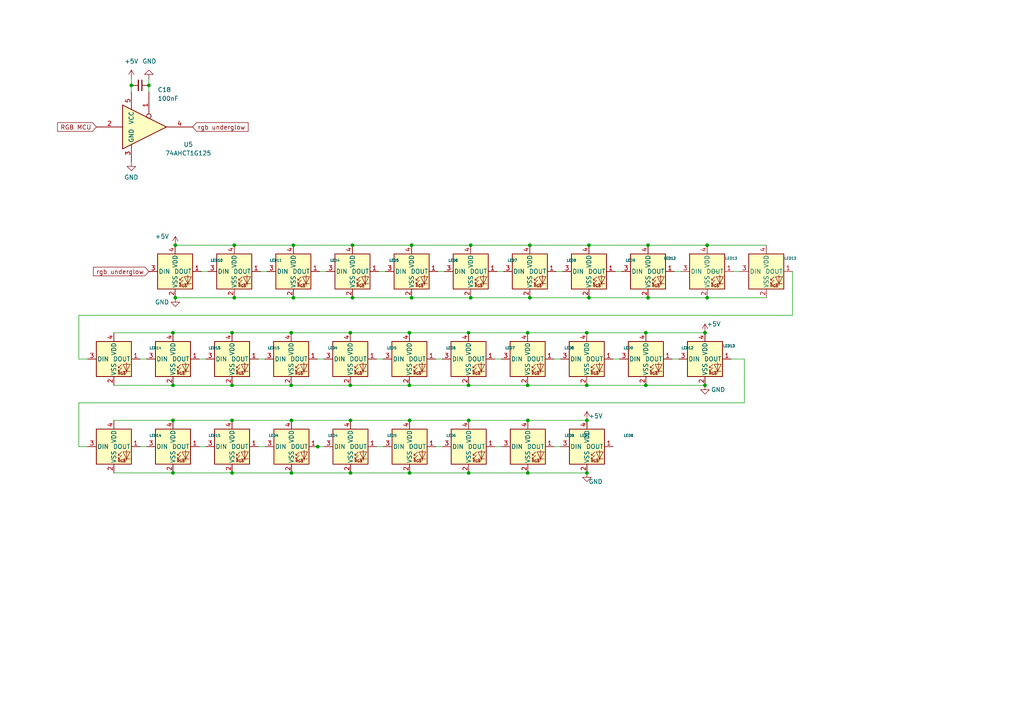
<source format=kicad_sch>
(kicad_sch (version 20230121) (generator eeschema)
  (paper "A4")
  (lib_symbols
    (symbol "74xGxx:74AHCT1G125"
      (property "Reference" "U" (at -2.54 3.81 0))
      (property "Value" "74AHCT1G125" (at 0 -3.81 0))
      (symbol "74AHCT1G125_0_1"
        (polyline (pts (xy -7.62 6.35) (xy -7.62 -6.35) (xy 5.08 0) (xy -7.62 6.35)) (stroke (width 0.254)) (fill (type background)))
      )
      (symbol "74AHCT1G125_1_1"
        (pin input inverted (at 0 10.16 270) (length 7.62) (name "~") (number "1"))
        (pin input line (at -15.24 0 0) (length 7.62) (name "~") (number "2"))
        (pin power_in line (at -5.08 -10.16 90) (length 5.08) (name "GND") (number "3"))
        (pin tri_state line (at 12.7 0 180) (length 7.62) (name "~") (number "4"))
        (pin power_in line (at -5.08 10.16 270) (length 5.08) (name "VCC") (number "5"))
      )
    )
    (symbol "Device:C_Small" (pin_numbers hide) (pin_names (offset 0.254) hide)
      (property "Reference" "C" (at 0.254 1.778 0))
      (property "Value" "C_Small" (at 0.254 -2.032 0))
      (symbol "C_Small_0_1"
        (polyline (pts (xy -1.524 -0.508) (xy 1.524 -0.508)) (stroke (width 0.3302)))
        (polyline (pts (xy -1.524 0.508) (xy 1.524 0.508)) (stroke (width 0.3048)))
      )
      (symbol "C_Small_1_1"
        (pin passive line (at 0 2.54 270) (length 2.032) (name "~") (number "1"))
        (pin passive line (at 0 -2.54 90) (length 2.032) (name "~") (number "2"))
      )
    )
    (symbol "GND_1" (power) (pin_names (offset 0))
      (property "Value" "GND_1" (at 0 -3.81 0))
      (symbol "GND_1_0_1"
        (polyline (pts (xy 0 0) (xy 0 -1.27) (xy 1.27 -1.27) (xy 0 -2.54) (xy -1.27 -1.27) (xy 0 -1.27)))
      )
      (symbol "GND_1_1_1"
        (pin power_in line (at 0 0 270) (length 0) hide (name "GND") (number "1"))
      )
    )
    (symbol "PCM_marbastlib-various:WS2812_2020" (pin_names (offset 0.254))
      (property "Reference" "LED" (at 5.08 5.715 0))
      (property "Value" "WS2812_2020" (at 1.27 -5.715 0))
      (symbol "WS2812_2020_0_0"
        (text "RGB" (at 2.286 -4.191 0) (effects (font (size 0.762 0.762))))
      )
      (symbol "WS2812_2020_0_1"
        (polyline (pts (xy 1.27 -3.556) (xy 1.778 -3.556)))
        (polyline (pts (xy 1.27 -2.54) (xy 1.778 -2.54)))
        (polyline (pts (xy 4.699 -3.556) (xy 2.667 -3.556)))
        (polyline (pts (xy 2.286 -2.54) (xy 1.27 -3.556) (xy 1.27 -3.048)))
        (polyline (pts (xy 2.286 -1.524) (xy 1.27 -2.54) (xy 1.27 -2.032)))
        (polyline (pts (xy 3.683 -1.016) (xy 3.683 -3.556) (xy 3.683 -4.064)))
        (polyline (pts (xy 4.699 -1.524) (xy 2.667 -1.524) (xy 3.683 -3.556) (xy 4.699 -1.524)))
        (rectangle (start 5.08 5.08) (end -5.08 -5.08) (stroke (width 0.254)) (fill (type background)))
      )
      (symbol "WS2812_2020_1_1"
        (pin output line (at 7.62 0 180) (length 2.54) (name "DOUT") (number "1"))
        (pin power_in line (at 0 -7.62 90) (length 2.54) (name "VSS") (number "2"))
        (pin input line (at -7.62 0 0) (length 2.54) (name "DIN") (number "3"))
        (pin power_in line (at 0 7.62 270) (length 2.54) (name "VDD") (number "4"))
      )
    )
    (symbol "power:+5V" (power) (pin_names (offset 0))
      (property "Value" "+5V" (at 0 3.556 0))
      (symbol "+5V_0_1"
        (polyline (pts (xy -0.762 1.27) (xy 0 2.54)))
        (polyline (pts (xy 0 0) (xy 0 2.54)))
        (polyline (pts (xy 0 2.54) (xy 0.762 1.27)))
      )
      (symbol "+5V_1_1"
        (pin power_in line (at 0 0 90) (length 0) hide (name "+5V") (number "1"))
      )
    )
    (symbol "power:GND" (power) (pin_names (offset 0))
      (property "Value" "GND" (at 0 -3.81 0))
      (symbol "GND_0_1"
        (polyline (pts (xy 0 0) (xy 0 -1.27) (xy 1.27 -1.27) (xy 0 -2.54) (xy -1.27 -1.27) (xy 0 -1.27)))
      )
      (symbol "GND_1_1"
        (pin power_in line (at 0 0 270) (length 0) hide (name "GND") (number "1"))
      )
    )
  )
  (junction (at 170.815 86.36))
  (junction (at 153.035 96.52))
  (junction (at 102.235 86.36))
  (junction (at 50.165 111.76))
  (junction (at 84.455 96.52))
  (junction (at 101.6535 137.1678))
  (junction (at 67.31 121.92))
  (junction (at 85.09 71.12))
  (junction (at 85.09 86.36))
  (junction (at 205.105 86.36))
  (junction (at 101.6 111.76))
  (junction (at 101.6535 121.9278))
  (junction (at 187.325 96.52))
  (junction (at 67.31 111.76))
  (junction (at 135.89 111.76))
  (junction (at 153.67 71.12))
  (junction (at 102.235 71.12))
  (junction (at 119.38 71.12))
  (junction (at 136.525 86.36))
  (junction (at 153.0885 137.1678))
  (junction (at 119.38 86.36))
  (junction (at 50.165 96.52))
  (junction (at 204.47 96.52))
  (junction (at 101.6 96.52))
  (junction (at 67.31 96.52))
  (junction (at 92.1582 129.5478))
  (junction (at 205.105 71.12))
  (junction (at 153.035 111.76))
  (junction (at 50.8443 71.12))
  (junction (at 67.945 71.12))
  (junction (at 118.7985 137.1678))
  (junction (at 135.9435 137.1678))
  (junction (at 170.18 96.52))
  (junction (at 153.0885 121.9278))
  (junction (at 118.745 96.52))
  (junction (at 135.9435 121.9278))
  (junction (at 170.815 71.12))
  (junction (at 50.165 137.16))
  (junction (at 187.325 111.76))
  (junction (at 84.455 111.76))
  (junction (at 43.18 24.765))
  (junction (at 38.1 24.765))
  (junction (at 153.67 86.36))
  (junction (at 50.165 121.92))
  (junction (at 170.18 111.76))
  (junction (at 170.2335 121.9278))
  (junction (at 136.525 71.12))
  (junction (at 67.31 137.16))
  (junction (at 84.5382 137.1678))
  (junction (at 187.96 71.12))
  (junction (at 50.8443 86.36))
  (junction (at 170.2335 137.1678))
  (junction (at 118.7985 121.9278))
  (junction (at 67.945 86.36))
  (junction (at 84.5382 121.9278))
  (junction (at 204.47 111.76))
  (junction (at 135.89 96.52))
  (junction (at 118.745 111.76))
  (junction (at 187.96 86.36))
  (wire (pts (xy 40.64 104.14) (xy 42.545 104.14)))
  (wire (pts (xy 50.8443 71.12) (xy 67.945 71.12)))
  (wire (pts (xy 50.8 71.12) (xy 50.8443 71.12)))
  (wire (pts (xy 118.745 111.76) (xy 135.89 111.76)))
  (wire (pts (xy 92.075 104.14) (xy 93.98 104.14)))
  (wire (pts (xy 50.8 86.36) (xy 50.8443 86.36)))
  (wire (pts (xy 74.93 104.14) (xy 76.835 104.14)))
  (wire (pts (xy 57.785 104.14) (xy 59.69 104.14)))
  (wire (pts (xy 126.4185 129.5478) (xy 128.3235 129.5478)))
  (wire (pts (xy 92.1285 129.5478) (xy 92.1582 129.5478)))
  (wire (pts (xy 153.0885 121.9278) (xy 170.2335 121.9278)))
  (wire (pts (xy 58.42 78.74) (xy 60.325 78.74)))
  (wire (pts (xy 92.1582 129.5478) (xy 94.0335 129.5478)))
  (wire (pts (xy 67.945 71.12) (xy 85.09 71.12)))
  (wire (pts (xy 84.455 111.76) (xy 101.6 111.76)))
  (wire (pts (xy 229.87 78.74) (xy 229.87 91.44)))
  (wire (pts (xy 187.96 86.36) (xy 205.105 86.36)))
  (wire (pts (xy 170.815 86.36) (xy 187.96 86.36)))
  (wire (pts (xy 101.6535 121.9278) (xy 118.7985 121.9278)))
  (wire (pts (xy 205.105 86.36) (xy 222.25 86.36)))
  (wire (pts (xy 22.86 129.54) (xy 25.4 129.54)))
  (wire (pts (xy 126.365 104.14) (xy 128.27 104.14)))
  (wire (pts (xy 170.815 71.12) (xy 187.96 71.12)))
  (wire (pts (xy 153.67 71.12) (xy 170.815 71.12)))
  (wire (pts (xy 135.89 96.52) (xy 153.035 96.52)))
  (wire (pts (xy 178.435 78.74) (xy 180.34 78.74)))
  (wire (pts (xy 212.725 78.74) (xy 214.63 78.74)))
  (wire (pts (xy 153.035 111.76) (xy 170.18 111.76)))
  (wire (pts (xy 187.96 71.12) (xy 205.105 71.12)))
  (wire (pts (xy 136.525 86.36) (xy 153.67 86.36)))
  (wire (pts (xy 144.145 78.74) (xy 146.05 78.74)))
  (wire (pts (xy 109.2735 129.5478) (xy 111.1785 129.5478)))
  (wire (pts (xy 67.31 96.52) (xy 84.455 96.52)))
  (wire (pts (xy 57.785 129.54) (xy 59.69 129.54)))
  (wire (pts (xy 74.9378 129.5478) (xy 74.93 129.54)))
  (wire (pts (xy 50.165 111.76) (xy 67.31 111.76)))
  (wire (pts (xy 102.235 86.36) (xy 119.38 86.36)))
  (wire (pts (xy 33.02 96.52) (xy 50.165 96.52)))
  (wire (pts (xy 195.58 78.74) (xy 197.485 78.74)))
  (wire (pts (xy 84.455 96.52) (xy 101.6 96.52)))
  (wire (pts (xy 135.9435 121.9278) (xy 153.0885 121.9278)))
  (wire (pts (xy 43.18 24.765) (xy 43.18 26.67)))
  (wire (pts (xy 135.9435 137.1678) (xy 153.0885 137.1678)))
  (wire (pts (xy 43.18 22.86) (xy 43.18 24.765)))
  (wire (pts (xy 101.6535 137.1678) (xy 118.7985 137.1678)))
  (wire (pts (xy 74.9378 129.5478) (xy 76.9182 129.5478)))
  (wire (pts (xy 22.86 91.44) (xy 229.87 91.44)))
  (wire (pts (xy 92.71 78.74) (xy 94.615 78.74)))
  (wire (pts (xy 109.855 78.74) (xy 111.76 78.74)))
  (wire (pts (xy 101.6 96.52) (xy 118.745 96.52)))
  (wire (pts (xy 194.945 104.14) (xy 196.85 104.14)))
  (wire (pts (xy 118.7985 137.1678) (xy 135.9435 137.1678)))
  (wire (pts (xy 38.1 22.86) (xy 38.1 24.765)))
  (wire (pts (xy 38.1 24.765) (xy 38.1 26.67)))
  (wire (pts (xy 206.375 78.74) (xy 208.28 78.74)))
  (wire (pts (xy 170.18 111.76) (xy 187.325 111.76)))
  (wire (pts (xy 118.7985 121.9278) (xy 135.9435 121.9278)))
  (wire (pts (xy 136.525 71.12) (xy 153.67 71.12)))
  (wire (pts (xy 50.8443 86.36) (xy 67.945 86.36)))
  (wire (pts (xy 67.3178 137.1678) (xy 84.5382 137.1678)))
  (wire (pts (xy 153.0885 137.1678) (xy 170.2335 137.1678)))
  (wire (pts (xy 143.51 104.14) (xy 145.415 104.14)))
  (wire (pts (xy 33.02 121.92) (xy 50.165 121.92)))
  (wire (pts (xy 118.745 96.52) (xy 135.89 96.52)))
  (wire (pts (xy 119.38 86.36) (xy 136.525 86.36)))
  (wire (pts (xy 161.29 78.74) (xy 163.195 78.74)))
  (wire (pts (xy 187.325 96.52) (xy 204.47 96.52)))
  (wire (pts (xy 85.09 71.12) (xy 102.235 71.12)))
  (wire (pts (xy 177.8 104.14) (xy 179.705 104.14)))
  (wire (pts (xy 160.655 104.14) (xy 162.56 104.14)))
  (wire (pts (xy 84.5382 121.9278) (xy 101.6535 121.9278)))
  (wire (pts (xy 67.3178 121.9278) (xy 67.31 121.92)))
  (wire (pts (xy 212.09 104.14) (xy 215.9 104.14)))
  (wire (pts (xy 109.22 104.14) (xy 111.125 104.14)))
  (wire (pts (xy 22.86 104.14) (xy 25.4 104.14)))
  (wire (pts (xy 22.86 116.84) (xy 22.86 129.54)))
  (wire (pts (xy 33.02 137.16) (xy 50.165 137.16)))
  (wire (pts (xy 143.5635 129.5478) (xy 145.4685 129.5478)))
  (wire (pts (xy 170.18 96.52) (xy 187.325 96.52)))
  (wire (pts (xy 40.64 129.54) (xy 42.545 129.54)))
  (wire (pts (xy 153.67 86.36) (xy 170.815 86.36)))
  (wire (pts (xy 160.7085 129.5478) (xy 162.6135 129.5478)))
  (wire (pts (xy 22.86 116.84) (xy 215.9 116.84)))
  (wire (pts (xy 153.035 96.52) (xy 170.18 96.52)))
  (wire (pts (xy 127 78.74) (xy 128.905 78.74)))
  (wire (pts (xy 119.38 71.12) (xy 136.525 71.12)))
  (wire (pts (xy 67.945 86.36) (xy 85.09 86.36)))
  (wire (pts (xy 75.565 78.74) (xy 77.47 78.74)))
  (wire (pts (xy 67.31 111.76) (xy 84.455 111.76)))
  (wire (pts (xy 85.09 86.36) (xy 102.235 86.36)))
  (wire (pts (xy 67.3178 137.1678) (xy 67.31 137.16)))
  (wire (pts (xy 50.165 121.92) (xy 67.31 121.92)))
  (wire (pts (xy 33.02 111.76) (xy 50.165 111.76)))
  (wire (pts (xy 102.235 71.12) (xy 119.38 71.12)))
  (wire (pts (xy 67.3178 121.9278) (xy 84.5382 121.9278)))
  (wire (pts (xy 135.89 111.76) (xy 153.035 111.76)))
  (wire (pts (xy 215.9 104.14) (xy 215.9 116.84)))
  (wire (pts (xy 50.165 96.52) (xy 67.31 96.52)))
  (wire (pts (xy 22.86 91.44) (xy 22.86 104.14)))
  (wire (pts (xy 187.325 111.76) (xy 204.47 111.76)))
  (wire (pts (xy 84.5382 137.1678) (xy 101.6535 137.1678)))
  (wire (pts (xy 50.165 137.16) (xy 67.31 137.16)))
  (wire (pts (xy 101.6 111.76) (xy 118.745 111.76)))
  (wire (pts (xy 205.105 71.12) (xy 222.25 71.12)))
  (global_label "rgb underglow" (shape input) (at 43.18 78.74 180) (property "Intersheetrefs" "${INTERSHEET_REFS}" (effects hide)))
  (global_label "RGB MCU" (shape input) (at 27.94 36.83 180) (property "Intersheetrefs" "${INTERSHEET_REFS}" (effects hide)))
  (global_label "rgb underglow" (shape input) (at 55.88 36.83 0) (property "Intersheetrefs" "${INTERSHEET_REFS}" (effects hide)))
  (symbol (lib_id "PCM_marbastlib-various:WS2812_2020") (at 118.745 104.14 0) (unit 1)
    (property "Reference" "LED6" (at 130.81 100.9256 0) (effects (font (size 0.7366 0.7366))))
    (property "Value" "WS2812_2020" (effects hide))
    (property "Footprint" "PCM_marbastlib-various:LED_WS2812_2020" (effects hide))
    (property "Datasheet" "https://www.world-semi.com/DownLoadFile/139" (effects hide))
    (instances (project "alpha-curISO" (path "" (reference "LED6") (unit 1))) (project "forti proto" (path "" (reference "LED15") (unit 1))))
  )
  (symbol (lib_id "PCM_marbastlib-various:WS2812_2020") (at 101.6 104.14 0) (unit 1)
    (property "Reference" "LED5" (at 113.665 100.9256 0) (effects (font (size 0.7366 0.7366))))
    (property "Value" "WS2812_2020" (effects hide))
    (property "Footprint" "PCM_marbastlib-various:LED_WS2812_2020" (effects hide))
    (property "Datasheet" "https://www.world-semi.com/DownLoadFile/139" (effects hide))
    (instances (project "alpha-curISO" (path "" (reference "LED5") (unit 1))) (project "forti proto" (path "" (reference "LED14") (unit 1))))
  )
  (symbol (lib_id "PCM_marbastlib-various:WS2812_2020") (at 187.325 104.14 0) (unit 1)
    (property "Reference" "LED12" (at 199.39 100.9256 0) (effects (font (size 0.7366 0.7366))))
    (property "Value" "WS2812_2020" (effects hide))
    (property "Footprint" "PCM_marbastlib-various:LED_WS2812_2020" (effects hide))
    (property "Datasheet" "https://www.world-semi.com/DownLoadFile/139" (effects hide))
    (instances (project "alpha-curISO" (path "" (reference "LED12") (unit 1))) (project "forti proto" (path "" (reference "LED19") (unit 1))))
  )
  (symbol (lib_id "PCM_marbastlib-various:WS2812_2020") (at 50.165 129.54 0) (unit 1)
    (property "Reference" "LED15" (at 62.23 126.3256 0) (effects (font (size 0.7366 0.7366))))
    (property "Value" "WS2812_2020" (effects hide))
    (property "Footprint" "PCM_marbastlib-various:LED_WS2812_2020" (effects hide))
    (property "Datasheet" "https://www.world-semi.com/DownLoadFile/139" (effects hide))
    (instances (project "alpha-curISO" (path "" (reference "LED15") (unit 1))) (project "forti proto" (path "" (reference "LED22") (unit 1))))
  )
  (symbol (lib_id "power:+5V") (at 204.47 96.52 0) (unit 1)
    (property "Reference" "#PWR0141" (effects hide))
    (property "Value" "+5V" (at 207.01 93.98 0))
    (instances (project "alpha-curISO" (path "" (reference "#PWR0141") (unit 1))) (project "forti proto" (path "" (reference "#PWR023") (unit 1))))
  )
  (symbol (lib_id "PCM_marbastlib-various:WS2812_2020") (at 84.455 104.14 0) (unit 1)
    (property "Reference" "LED4" (at 96.52 100.9256 0) (effects (font (size 0.7366 0.7366))))
    (property "Value" "WS2812_2020" (effects hide))
    (property "Footprint" "PCM_marbastlib-various:LED_WS2812_2020" (effects hide))
    (property "Datasheet" "https://www.world-semi.com/DownLoadFile/139" (effects hide))
    (instances (project "alpha-curISO" (path "" (reference "LED4") (unit 1))) (project "forti proto" (path "" (reference "LED13") (unit 1))))
  )
  (symbol (lib_id "PCM_marbastlib-various:WS2812_2020") (at 85.09 78.74 0) (unit 1)
    (property "Reference" "LED4" (at 97.155 75.5256 0) (effects (font (size 0.7366 0.7366))))
    (property "Value" "WS2812_2020" (effects hide))
    (property "Footprint" "PCM_marbastlib-various:LED_WS2812_2020" (effects hide))
    (property "Datasheet" "https://www.world-semi.com/DownLoadFile/139" (effects hide))
    (instances (project "alpha-curISO" (path "" (reference "LED4") (unit 1))) (project "forti proto" (path "" (reference "LED3") (unit 1))))
  )
  (symbol (lib_id "power:+5V") (at 38.1 22.86 0) (unit 1)
    (property "Reference" "#PWR0138" (effects hide))
    (property "Value" "+5V" (at 38.1 17.78 0))
    (instances (project "rgb" (path "" (reference "#PWR0138") (unit 1))) (project "forti proto" (path "" (reference "#PWR018") (unit 1))) (project "UB46" (path "" (reference "#PWR0138") (unit 1))))
  )
  (symbol (lib_id "Device:C_Small") (at 40.64 24.765 270) (unit 1)
    (property "Reference" "C18" (at 45.72 26.0412 90) (effects (justify left)))
    (property "Value" "100nF" (at 45.72 28.575 90) (effects (justify left)))
    (property "Footprint" "Capacitor_SMD:C_0603_1608Metric" (effects hide))
    (instances (project "rgb" (path "" (reference "C18") (unit 1))) (project "forti proto" (path "" (reference "C12") (unit 1))) (project "UB46" (path "" (reference "C18") (unit 1))))
  )
  (symbol (lib_id "PCM_marbastlib-various:WS2812_2020") (at 67.31 129.54 0) (unit 1)
    (property "Reference" "LED4" (at 79.375 126.3256 0) (effects (font (size 0.7366 0.7366))))
    (property "Value" "WS2812_2020" (effects hide))
    (property "Footprint" "PCM_marbastlib-various:LED_WS2812_2020" (effects hide))
    (property "Datasheet" "https://www.world-semi.com/DownLoadFile/139" (effects hide))
    (instances (project "alpha-curISO" (path "" (reference "LED4") (unit 1))) (project "forti proto" (path "" (reference "LED23") (unit 1))))
  )
  (symbol (lib_id "PCM_marbastlib-various:WS2812_2020") (at 33.02 104.14 0) (unit 1)
    (property "Reference" "LED14" (at 45.085 100.9256 0) (effects (font (size 0.7366 0.7366))))
    (property "Value" "WS2812_2020" (effects hide))
    (property "Footprint" "PCM_marbastlib-various:LED_WS2812_2020" (effects hide))
    (property "Datasheet" "https://www.world-semi.com/DownLoadFile/139" (effects hide))
    (instances (project "alpha-curISO" (path "" (reference "LED14") (unit 1))) (project "forti proto" (path "" (reference "LED11") (unit 1))))
  )
  (symbol (lib_id "PCM_marbastlib-various:WS2812_2020") (at 205.105 78.74 0) (unit 1)
    (property "Reference" "LED13" (at 212.09 74.93 0) (effects (font (size 0.7366 0.7366))))
    (property "Value" "WS2812_2020" (effects hide))
    (property "Footprint" "PCM_marbastlib-various:LED_WS2812_2020" (effects hide))
    (property "Datasheet" "https://www.world-semi.com/DownLoadFile/139" (effects hide))
    (instances (project "alpha-curISO" (path "" (reference "LED13") (unit 1))) (project "forti proto" (path "" (reference "LED28") (unit 1))))
  )
  (symbol (lib_id "PCM_marbastlib-various:WS2812_2020") (at 204.47 104.14 0) (unit 1)
    (property "Reference" "LED13" (at 211.455 100.33 0) (effects (font (size 0.7366 0.7366))))
    (property "Value" "WS2812_2020" (effects hide))
    (property "Footprint" "PCM_marbastlib-various:LED_WS2812_2020" (effects hide))
    (property "Datasheet" "https://www.world-semi.com/DownLoadFile/139" (effects hide))
    (instances (project "alpha-curISO" (path "" (reference "LED13") (unit 1))) (project "forti proto" (path "" (reference "LED20") (unit 1))))
  )
  (symbol (lib_id "power:GND") (at 38.1 46.99 0) (unit 1)
    (property "Reference" "#PWR0136" (effects hide))
    (property "Value" "GND" (at 38.1 51.435 0))
    (instances (project "rgb" (path "" (reference "#PWR0136") (unit 1))) (project "forti proto" (path "" (reference "#PWR020") (unit 1))) (project "UB46" (path "" (reference "#PWR0136") (unit 1))))
  )
  (symbol (lib_id "PCM_marbastlib-various:WS2812_2020") (at 84.5382 129.5478 0) (unit 1)
    (property "Reference" "LED4" (at 96.6032 126.3334 0) (effects (font (size 0.7366 0.7366))))
    (property "Value" "WS2812_2020" (effects hide))
    (property "Footprint" "PCM_marbastlib-various:LED_WS2812_2020" (effects hide))
    (property "Datasheet" "https://www.world-semi.com/DownLoadFile/139" (effects hide))
    (instances (project "alpha-curISO" (path "" (reference "LED4") (unit 1))) (project "forti proto" (path "" (reference "LED30") (unit 1))))
  )
  (symbol (lib_id "PCM_marbastlib-various:WS2812_2020") (at 67.945 78.74 0) (unit 1)
    (property "Reference" "LED11" (at 80.01 75.5256 0) (effects (font (size 0.7366 0.7366))))
    (property "Value" "WS2812_2020" (effects hide))
    (property "Footprint" "PCM_marbastlib-various:LED_WS2812_2020" (effects hide))
    (property "Datasheet" "https://www.world-semi.com/DownLoadFile/139" (effects hide))
    (instances (project "alpha-curISO" (path "" (reference "LED11") (unit 1))) (project "forti proto" (path "" (reference "LED2") (unit 1))))
  )
  (symbol (lib_id "power:+5V") (at 170.2335 121.9278 0) (unit 1)
    (property "Reference" "#PWR0141" (effects hide))
    (property "Value" "+5V" (at 172.7735 120.6578 0))
    (instances (project "alpha-curISO" (path "" (reference "#PWR0141") (unit 1))) (project "forti proto" (path "" (reference "#PWR025") (unit 1))))
  )
  (symbol (lib_name "GND_1") (lib_id "power:GND") (at 50.8443 86.36 0) (unit 1)
    (property "Reference" "#PWR0140" (effects hide))
    (property "Value" "GND" (at 46.99 87.63 0))
    (instances (project "alpha-curISO" (path "" (reference "#PWR0140") (unit 1))) (project "forti proto" (path "" (reference "#PWR022") (unit 1))))
  )
  (symbol (lib_id "power:+5V") (at 50.8443 71.12 0) (unit 1)
    (property "Reference" "#PWR0141" (effects hide))
    (property "Value" "+5V" (at 46.99 68.58 0))
    (instances (project "alpha-curISO" (path "" (reference "#PWR0141") (unit 1))) (project "forti proto" (path "" (reference "#PWR021") (unit 1))))
  )
  (symbol (lib_id "PCM_marbastlib-various:WS2812_2020") (at 119.38 78.74 0) (unit 1)
    (property "Reference" "LED6" (at 131.445 75.5256 0) (effects (font (size 0.7366 0.7366))))
    (property "Value" "WS2812_2020" (effects hide))
    (property "Footprint" "PCM_marbastlib-various:LED_WS2812_2020" (effects hide))
    (property "Datasheet" "https://www.world-semi.com/DownLoadFile/139" (effects hide))
    (instances (project "alpha-curISO" (path "" (reference "LED6") (unit 1))) (project "forti proto" (path "" (reference "LED5") (unit 1))))
  )
  (symbol (lib_id "PCM_marbastlib-various:WS2812_2020") (at 222.25 78.74 0) (unit 1)
    (property "Reference" "LED13" (at 229.235 74.93 0) (effects (font (size 0.7366 0.7366))))
    (property "Value" "WS2812_2020" (effects hide))
    (property "Footprint" "PCM_marbastlib-various:LED_WS2812_2020" (effects hide))
    (property "Datasheet" "https://www.world-semi.com/DownLoadFile/139" (effects hide))
    (instances (project "alpha-curISO" (path "" (reference "LED13") (unit 1))) (project "forti proto" (path "" (reference "LED10") (unit 1))))
  )
  (symbol (lib_name "GND_1") (lib_id "power:GND") (at 204.47 111.76 0) (unit 1)
    (property "Reference" "#PWR0140" (effects hide))
    (property "Value" "GND" (at 208.28 113.03 0))
    (instances (project "alpha-curISO" (path "" (reference "#PWR0140") (unit 1))) (project "forti proto" (path "" (reference "#PWR024") (unit 1))))
  )
  (symbol (lib_id "PCM_marbastlib-various:WS2812_2020") (at 135.9435 129.5478 0) (unit 1)
    (property "Reference" "LED7" (at 169.5985 126.3334 0) (effects (font (size 0.7366 0.7366))))
    (property "Value" "WS2812_2020" (effects hide))
    (property "Footprint" "PCM_marbastlib-various:LED_WS2812_2020" (effects hide))
    (property "Datasheet" "https://www.world-semi.com/DownLoadFile/139" (effects hide))
    (instances (project "alpha-curISO" (path "" (reference "LED7") (unit 1))) (project "forti proto" (path "" (reference "LED26") (unit 1))))
  )
  (symbol (lib_name "GND_1") (lib_id "power:GND") (at 170.2335 137.1678 0) (unit 1)
    (property "Reference" "#PWR0140" (effects hide))
    (property "Value" "GND" (at 172.7415 139.7078 0))
    (instances (project "alpha-curISO" (path "" (reference "#PWR0140") (unit 1))) (project "forti proto" (path "" (reference "#PWR026") (unit 1))))
  )
  (symbol (lib_id "PCM_marbastlib-various:WS2812_2020") (at 153.67 78.74 0) (unit 1)
    (property "Reference" "LED8" (at 165.735 75.5256 0) (effects (font (size 0.7366 0.7366))))
    (property "Value" "WS2812_2020" (effects hide))
    (property "Footprint" "PCM_marbastlib-various:LED_WS2812_2020" (effects hide))
    (property "Datasheet" "https://www.world-semi.com/DownLoadFile/139" (effects hide))
    (instances (project "alpha-curISO" (path "" (reference "LED8") (unit 1))) (project "forti proto" (path "" (reference "LED7") (unit 1))))
  )
  (symbol (lib_id "PCM_marbastlib-various:WS2812_2020") (at 170.815 78.74 0) (unit 1)
    (property "Reference" "LED9" (at 182.88 75.5256 0) (effects (font (size 0.7366 0.7366))))
    (property "Value" "WS2812_2020" (effects hide))
    (property "Footprint" "PCM_marbastlib-various:LED_WS2812_2020" (effects hide))
    (property "Datasheet" "https://www.world-semi.com/DownLoadFile/139" (effects hide))
    (instances (project "alpha-curISO" (path "" (reference "LED9") (unit 1))) (project "forti proto" (path "" (reference "LED8") (unit 1))))
  )
  (symbol (lib_id "PCM_marbastlib-various:WS2812_2020") (at 102.235 78.74 0) (unit 1)
    (property "Reference" "LED5" (at 114.3 75.5256 0) (effects (font (size 0.7366 0.7366))))
    (property "Value" "WS2812_2020" (effects hide))
    (property "Footprint" "PCM_marbastlib-various:LED_WS2812_2020" (effects hide))
    (property "Datasheet" "https://www.world-semi.com/DownLoadFile/139" (effects hide))
    (instances (project "alpha-curISO" (path "" (reference "LED5") (unit 1))) (project "forti proto" (path "" (reference "LED4") (unit 1))))
  )
  (symbol (lib_id "PCM_marbastlib-various:WS2812_2020") (at 136.525 78.74 0) (unit 1)
    (property "Reference" "LED7" (at 148.59 75.5256 0) (effects (font (size 0.7366 0.7366))))
    (property "Value" "WS2812_2020" (effects hide))
    (property "Footprint" "PCM_marbastlib-various:LED_WS2812_2020" (effects hide))
    (property "Datasheet" "https://www.world-semi.com/DownLoadFile/139" (effects hide))
    (instances (project "alpha-curISO" (path "" (reference "LED7") (unit 1))) (project "forti proto" (path "" (reference "LED6") (unit 1))))
  )
  (symbol (lib_id "74xGxx:74AHCT1G125") (at 43.18 36.83 0) (unit 1)
    (property "Reference" "U5" (at 54.61 41.91 0))
    (property "Value" "74AHCT1G125" (at 54.61 44.45 0))
    (property "Footprint" "Package_TO_SOT_SMD:TSOT-23-5" (effects hide))
    (property "Datasheet" "http://www.ti.com/lit/sg/scyt129e/scyt129e.pdf" (effects hide))
    (instances (project "rgb" (path "" (reference "U5") (unit 1))) (project "forti proto" (path "" (reference "U4") (unit 1))) (project "UB46" (path "" (reference "U5") (unit 1))))
  )
  (symbol (lib_id "PCM_marbastlib-various:WS2812_2020") (at 67.31 104.14 0) (unit 1)
    (property "Reference" "LED15" (at 79.375 100.9256 0) (effects (font (size 0.7366 0.7366))))
    (property "Value" "WS2812_2020" (effects hide))
    (property "Footprint" "PCM_marbastlib-various:LED_WS2812_2020" (effects hide))
    (property "Datasheet" "https://www.world-semi.com/DownLoadFile/139" (effects hide))
    (instances (project "alpha-curISO" (path "" (reference "LED15") (unit 1))) (project "forti proto" (path "" (reference "LED29") (unit 1))))
  )
  (symbol (lib_id "PCM_marbastlib-various:WS2812_2020") (at 170.2335 129.5478 0) (unit 1)
    (property "Reference" "LED8" (at 182.2985 126.3334 0) (effects (font (size 0.7366 0.7366))))
    (property "Value" "WS2812_2020" (effects hide))
    (property "Footprint" "PCM_marbastlib-various:LED_WS2812_2020" (effects hide))
    (property "Datasheet" "https://www.world-semi.com/DownLoadFile/139" (effects hide))
    (instances (project "alpha-curISO" (path "" (reference "LED8") (unit 1))) (project "forti proto" (path "" (reference "LED27") (unit 1))))
  )
  (symbol (lib_id "PCM_marbastlib-various:WS2812_2020") (at 153.0885 129.5478 0) (unit 1)
    (property "Reference" "LED8" (at 165.1535 126.3334 0) (effects (font (size 0.7366 0.7366))))
    (property "Value" "WS2812_2020" (effects hide))
    (property "Footprint" "PCM_marbastlib-various:LED_WS2812_2020" (effects hide))
    (property "Datasheet" "https://www.world-semi.com/DownLoadFile/139" (effects hide))
    (instances (project "alpha-curISO" (path "" (reference "LED8") (unit 1))) (project "forti proto" (path "" (reference "LED31") (unit 1))))
  )
  (symbol (lib_id "PCM_marbastlib-various:WS2812_2020") (at 50.165 104.14 0) (unit 1)
    (property "Reference" "LED15" (at 62.23 100.9256 0) (effects (font (size 0.7366 0.7366))))
    (property "Value" "WS2812_2020" (effects hide))
    (property "Footprint" "PCM_marbastlib-various:LED_WS2812_2020" (effects hide))
    (property "Datasheet" "https://www.world-semi.com/DownLoadFile/139" (effects hide))
    (instances (project "alpha-curISO" (path "" (reference "LED15") (unit 1))) (project "forti proto" (path "" (reference "LED12") (unit 1))))
  )
  (symbol (lib_id "PCM_marbastlib-various:WS2812_2020") (at 33.02 129.54 0) (unit 1)
    (property "Reference" "LED14" (at 45.085 126.3256 0) (effects (font (size 0.7366 0.7366))))
    (property "Value" "WS2812_2020" (effects hide))
    (property "Footprint" "PCM_marbastlib-various:LED_WS2812_2020" (effects hide))
    (property "Datasheet" "https://www.world-semi.com/DownLoadFile/139" (effects hide))
    (instances (project "alpha-curISO" (path "" (reference "LED14") (unit 1))) (project "forti proto" (path "" (reference "LED21") (unit 1))))
  )
  (symbol (lib_id "power:GND") (at 43.18 22.86 180) (unit 1)
    (property "Reference" "#PWR0137" (effects hide))
    (property "Value" "GND" (at 41.275 17.78 0) (effects (justify right)))
    (instances (project "rgb" (path "" (reference "#PWR0137") (unit 1))) (project "forti proto" (path "" (reference "#PWR019") (unit 1))) (project "UB46" (path "" (reference "#PWR0137") (unit 1))))
  )
  (symbol (lib_id "PCM_marbastlib-various:WS2812_2020") (at 118.7985 129.5478 0) (unit 1)
    (property "Reference" "LED6" (at 130.8635 126.3334 0) (effects (font (size 0.7366 0.7366))))
    (property "Value" "WS2812_2020" (effects hide))
    (property "Footprint" "PCM_marbastlib-various:LED_WS2812_2020" (effects hide))
    (property "Datasheet" "https://www.world-semi.com/DownLoadFile/139" (effects hide))
    (instances (project "alpha-curISO" (path "" (reference "LED6") (unit 1))) (project "forti proto" (path "" (reference "LED25") (unit 1))))
  )
  (symbol (lib_id "PCM_marbastlib-various:WS2812_2020") (at 187.96 78.74 0) (unit 1)
    (property "Reference" "LED12" (at 194.31 74.93 0) (effects (font (size 0.7366 0.7366))))
    (property "Value" "WS2812_2020" (effects hide))
    (property "Footprint" "PCM_marbastlib-various:LED_WS2812_2020" (effects hide))
    (property "Datasheet" "https://www.world-semi.com/DownLoadFile/139" (effects hide))
    (instances (project "alpha-curISO" (path "" (reference "LED12") (unit 1))) (project "forti proto" (path "" (reference "LED9") (unit 1))))
  )
  (symbol (lib_id "PCM_marbastlib-various:WS2812_2020") (at 50.8 78.74 0) (unit 1)
    (property "Reference" "LED10" (at 62.865 75.5256 0) (effects (font (size 0.7366 0.7366))))
    (property "Value" "WS2812_2020" (effects hide))
    (property "Footprint" "PCM_marbastlib-various:LED_WS2812_2020" (effects hide))
    (property "Datasheet" "https://www.world-semi.com/DownLoadFile/139" (effects hide))
    (instances (project "alpha-curISO" (path "" (reference "LED10") (unit 1))) (project "forti proto" (path "" (reference "LED1") (unit 1))))
  )
  (symbol (lib_id "PCM_marbastlib-various:WS2812_2020") (at 101.6535 129.5478 0) (unit 1)
    (property "Reference" "LED5" (at 113.7185 126.3334 0) (effects (font (size 0.7366 0.7366))))
    (property "Value" "WS2812_2020" (effects hide))
    (property "Footprint" "PCM_marbastlib-various:LED_WS2812_2020" (effects hide))
    (property "Datasheet" "https://www.world-semi.com/DownLoadFile/139" (effects hide))
    (instances (project "alpha-curISO" (path "" (reference "LED5") (unit 1))) (project "forti proto" (path "" (reference "LED24") (unit 1))))
  )
  (symbol (lib_id "PCM_marbastlib-various:WS2812_2020") (at 153.035 104.14 0) (unit 1)
    (property "Reference" "LED8" (at 165.1 100.9256 0) (effects (font (size 0.7366 0.7366))))
    (property "Value" "WS2812_2020" (effects hide))
    (property "Footprint" "PCM_marbastlib-various:LED_WS2812_2020" (effects hide))
    (property "Datasheet" "https://www.world-semi.com/DownLoadFile/139" (effects hide))
    (instances (project "alpha-curISO" (path "" (reference "LED8") (unit 1))) (project "forti proto" (path "" (reference "LED17") (unit 1))))
  )
  (symbol (lib_id "PCM_marbastlib-various:WS2812_2020") (at 170.18 104.14 0) (unit 1)
    (property "Reference" "LED9" (at 182.245 100.9256 0) (effects (font (size 0.7366 0.7366))))
    (property "Value" "WS2812_2020" (effects hide))
    (property "Footprint" "PCM_marbastlib-various:LED_WS2812_2020" (effects hide))
    (property "Datasheet" "https://www.world-semi.com/DownLoadFile/139" (effects hide))
    (instances (project "alpha-curISO" (path "" (reference "LED9") (unit 1))) (project "forti proto" (path "" (reference "LED18") (unit 1))))
  )
  (symbol (lib_id "PCM_marbastlib-various:WS2812_2020") (at 135.89 104.14 0) (unit 1)
    (property "Reference" "LED7" (at 147.955 100.9256 0) (effects (font (size 0.7366 0.7366))))
    (property "Value" "WS2812_2020" (effects hide))
    (property "Footprint" "PCM_marbastlib-various:LED_WS2812_2020" (effects hide))
    (property "Datasheet" "https://www.world-semi.com/DownLoadFile/139" (effects hide))
    (instances (project "alpha-curISO" (path "" (reference "LED7") (unit 1))) (project "forti proto" (path "" (reference "LED16") (unit 1))))
  )
)
</source>
